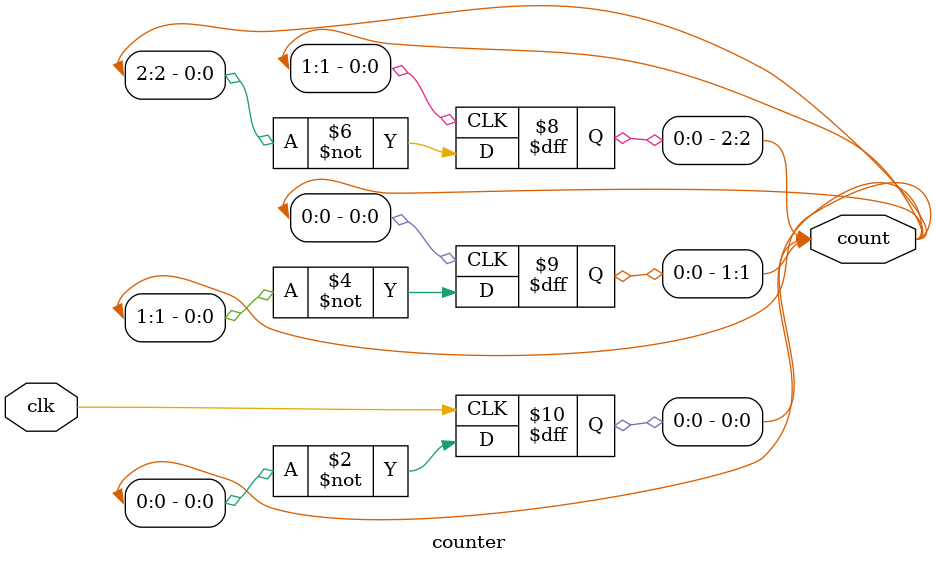
<source format=v>
module counter(clk,count);
  input clk;
  output [2:0]count;
  reg [2:0]count;
  wire clk;
  initial 
  count = 3'b0;
  always @(negedge clk)
  count[0] <= ~count[0];
  always @(negedge count[0])
  count[1] <= ~count[1];
  always @(negedge count[1])
  count[2] <= ~count[2];
endmodule 
  

</source>
